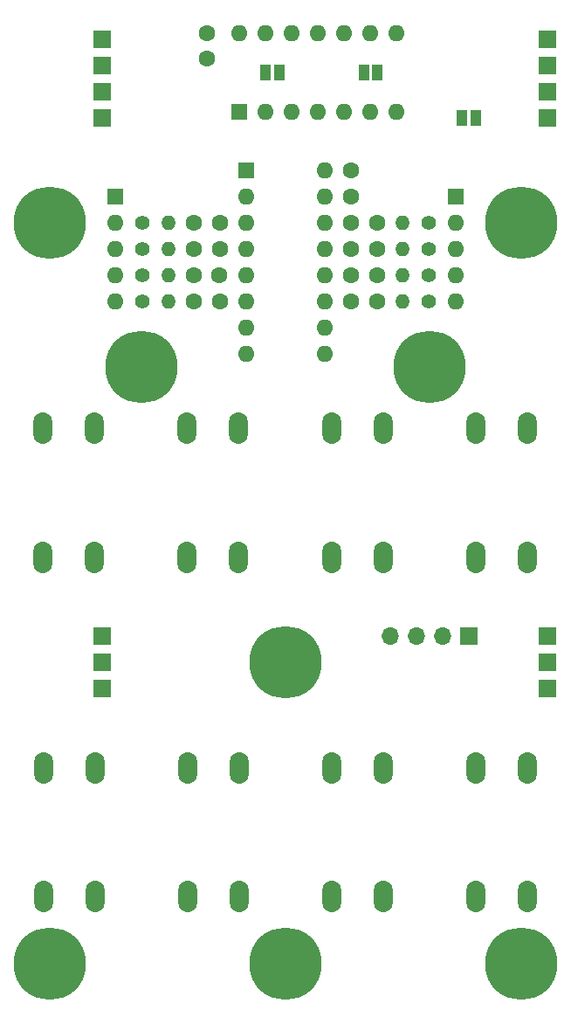
<source format=gts>
G04 #@! TF.GenerationSoftware,KiCad,Pcbnew,6.0.4+dfsg-1+b1*
G04 #@! TF.CreationDate,2022-05-03T02:32:59+03:00*
G04 #@! TF.ProjectId,yatabaza-keyboard,79617461-6261-47a6-912d-6b6579626f61,rev?*
G04 #@! TF.SameCoordinates,Original*
G04 #@! TF.FileFunction,Soldermask,Top*
G04 #@! TF.FilePolarity,Negative*
%FSLAX46Y46*%
G04 Gerber Fmt 4.6, Leading zero omitted, Abs format (unit mm)*
G04 Created by KiCad (PCBNEW 6.0.4+dfsg-1+b1) date 2022-05-03 02:32:59*
%MOMM*%
%LPD*%
G01*
G04 APERTURE LIST*
%ADD10C,1.600000*%
%ADD11R,1.000000X1.500000*%
%ADD12R,1.700000X1.700000*%
%ADD13C,7.000000*%
%ADD14C,1.400000*%
%ADD15O,1.400000X1.400000*%
%ADD16O,1.850000X3.048000*%
%ADD17R,1.600000X1.600000*%
%ADD18O,1.600000X1.600000*%
%ADD19O,1.700000X1.700000*%
G04 APERTURE END LIST*
D10*
X57130000Y-48260000D03*
X54630000Y-48260000D03*
X57130000Y-45720000D03*
X54630000Y-45720000D03*
X57130000Y-50800000D03*
X54630000Y-50800000D03*
X57130000Y-43180000D03*
X54630000Y-43180000D03*
X39390000Y-43180000D03*
X41890000Y-43180000D03*
X39390000Y-50800000D03*
X41890000Y-50800000D03*
X39410000Y-45720000D03*
X41910000Y-45720000D03*
X39370000Y-48260000D03*
X41870000Y-48260000D03*
X54610000Y-38100000D03*
X54610000Y-40600000D03*
D11*
X66705000Y-33020000D03*
X65405000Y-33020000D03*
D12*
X30480000Y-25400000D03*
X30480000Y-27940000D03*
X30480000Y-30480000D03*
X30480000Y-33020000D03*
X73660000Y-25400000D03*
X73660000Y-27940000D03*
X73660000Y-30480000D03*
X73660000Y-33020000D03*
D13*
X71120000Y-114935000D03*
X25400000Y-114935000D03*
X71120000Y-43180000D03*
X25400000Y-43180000D03*
D14*
X62180000Y-48260000D03*
D15*
X59640000Y-48260000D03*
D14*
X62180000Y-45720000D03*
D15*
X59640000Y-45720000D03*
D14*
X62180000Y-50800000D03*
D15*
X59640000Y-50800000D03*
D14*
X62180000Y-43180000D03*
D15*
X59640000Y-43180000D03*
D14*
X34340000Y-43180000D03*
D15*
X36880000Y-43180000D03*
D14*
X34340000Y-50800000D03*
D15*
X36880000Y-50800000D03*
D14*
X34340000Y-45720000D03*
D15*
X36880000Y-45720000D03*
D14*
X34340000Y-48260000D03*
D15*
X36880000Y-48260000D03*
D16*
X24765000Y-75565000D03*
X24765000Y-63065000D03*
X29765000Y-63065000D03*
X29765000Y-75565000D03*
X24805000Y-108475000D03*
X24805000Y-95975000D03*
X29805000Y-108475000D03*
X29805000Y-95975000D03*
X38735000Y-75565000D03*
X38735000Y-63065000D03*
X43735000Y-63065000D03*
X43735000Y-75565000D03*
X38775000Y-108475000D03*
X38775000Y-95975000D03*
X43775000Y-108475000D03*
X43775000Y-95975000D03*
X57785000Y-63065000D03*
X57785000Y-75565000D03*
X52785000Y-75565000D03*
X52785000Y-63065000D03*
X57785000Y-108475000D03*
X57785000Y-95975000D03*
X52785000Y-95975000D03*
X52785000Y-108475000D03*
X71715000Y-75565000D03*
X71715000Y-63065000D03*
X66715000Y-75565000D03*
X66715000Y-63065000D03*
X71755000Y-108475000D03*
X71755000Y-95975000D03*
X66755000Y-95975000D03*
X66755000Y-108475000D03*
D17*
X44450000Y-38100000D03*
D18*
X44450000Y-40640000D03*
X44450000Y-43180000D03*
X44450000Y-45720000D03*
X44450000Y-48260000D03*
X44450000Y-50800000D03*
X44450000Y-53340000D03*
X44450000Y-55880000D03*
X52070000Y-55880000D03*
X52070000Y-53340000D03*
X52070000Y-50800000D03*
X52070000Y-48260000D03*
X52070000Y-45720000D03*
X52070000Y-43180000D03*
X52070000Y-40640000D03*
X52070000Y-38100000D03*
D12*
X73660000Y-83185000D03*
X73660000Y-85725000D03*
X73660000Y-88265000D03*
D11*
X46340000Y-28575000D03*
X47640000Y-28575000D03*
D13*
X34290000Y-57150000D03*
D11*
X55865000Y-28575000D03*
X57165000Y-28575000D03*
D17*
X31750000Y-40640000D03*
D18*
X31750000Y-43180000D03*
X31750000Y-45720000D03*
X31750000Y-48260000D03*
X31750000Y-50800000D03*
D12*
X30480000Y-83185000D03*
X30480000Y-85725000D03*
X30480000Y-88265000D03*
D17*
X43810000Y-32375000D03*
D18*
X46350000Y-32375000D03*
X48890000Y-32375000D03*
X51430000Y-32375000D03*
X53970000Y-32375000D03*
X56510000Y-32375000D03*
X59050000Y-32375000D03*
X59050000Y-24755000D03*
X56510000Y-24755000D03*
X53970000Y-24755000D03*
X51430000Y-24755000D03*
X48890000Y-24755000D03*
X46350000Y-24755000D03*
X43810000Y-24755000D03*
D13*
X48260000Y-85725000D03*
X62230000Y-57150000D03*
D17*
X64770000Y-40640000D03*
D18*
X64770000Y-43180000D03*
X64770000Y-45720000D03*
X64770000Y-48260000D03*
X64770000Y-50800000D03*
D10*
X40640000Y-24765000D03*
X40640000Y-27265000D03*
D13*
X48260000Y-114935000D03*
D12*
X66030000Y-83185000D03*
D19*
X63490000Y-83185000D03*
X60950000Y-83185000D03*
X58410000Y-83185000D03*
M02*

</source>
